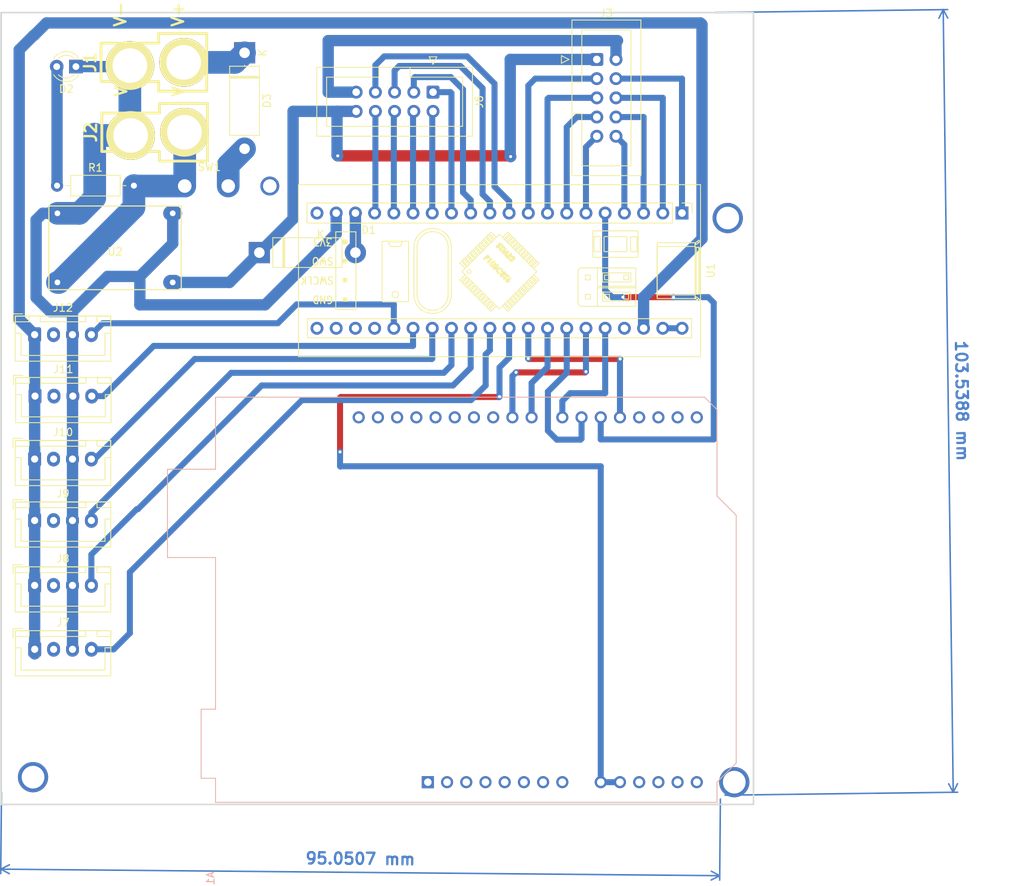
<source format=kicad_pcb>
(kicad_pcb (version 20211014) (generator pcbnew)
  (layers (0 "F.Cu" signal) (31 "B.Cu" signal) (34 "B.Paste" user) (35 "F.Paste" user) (36 "B.SilkS" user "B.Silkscreen") (37 "F.SilkS" user "F.Silkscreen") (38 "B.Mask" user) (39 "F.Mask" user) (44 "Edge.Cuts" user))
  (net 0 "")
  (net 9 "/EN1")
  (net 10 "/C1")
  (net 11 "/C2")
  (net 18 "/INB1")
  (net 19 "/PWM1")
  (net 20 "/PWM2")
  (net 21 "/INA1")
  (net 22 "/INA2")
  (net 23 "/INB2")
  (net 32 "/5v")
  (net 33 "GND")
  (net 34 "Net-(D2-Pad2)")
  (net 35 "/VCC")
  (net 36 "Net-(D3-Pad2)")
  (net 37 "/VIN")
  (net 38 "/S2")
  (net 39 "/S3")
  (net 40 "/S1")
  (net 41 "/S4")
  (net 42 "/S5")
  (net 43 "/S8")
  (net 44 "/S6")
  (net 45 "/S7")
  (net 46 "/B1")
  (net 47 "/L1")
  (net 48 "/B2")
  (net 49 "/L2")
  (net 50 "/B3")
  (net 51 "/L3")
  (net 52 "/B4")
  (net 53 "/L4")
  (net 54 "/3,3v")
  (net 56 "/P1")
  (net 58 "/P2")
  (net 60 "/P3")
  (net 62 "/P4")
  (net 64 "/P5")
  (net 66 "/P6")
  (net 73 "Net-(D1-Pad2)")
  (footprint "Connector_IDC:IDC-Header_2x05_P2.54mm_Vertical" (layer "F.Cu") (at 129.9051 15.9512)
    (fp_text reference "J3" (at 1.27 -6.1) (layer "F.SilkS"))
    (fp_text value "Control Sensores")
    (pad "1" thru_hole roundrect (at 0 0) (size 1.7 1.7) (drill 1) (layers *.Cu *.Mask) (roundrect_rratio 0.147059) (net 32 "/5v"))
    (pad "2" thru_hole circle (at 2.54 0) (size 1.7 1.7) (drill 1) (layers *.Cu *.Mask) (net 33 "GND"))
    (pad "3" thru_hole circle (at 0 2.54) (size 1.7 1.7) (drill 1) (layers *.Cu *.Mask) (net 41 "/S4"))
    (pad "4" thru_hole circle (at 2.54 2.54) (size 1.7 1.7) (drill 1) (layers *.Cu *.Mask) (net 43 "/S8"))
    (pad "5" thru_hole circle (at 0 5.08) (size 1.7 1.7) (drill 1) (layers *.Cu *.Mask) (net 39 "/S3"))
    (pad "6" thru_hole circle (at 2.54 5.08) (size 1.7 1.7) (drill 1) (layers *.Cu *.Mask) (net 45 "/S7"))
    (pad "7" thru_hole circle (at 0 7.62) (size 1.7 1.7) (drill 1) (layers *.Cu *.Mask) (net 38 "/S2"))
    (pad "8" thru_hole circle (at 2.54 7.62) (size 1.7 1.7) (drill 1) (layers *.Cu *.Mask) (net 44 "/S6"))
    (pad "9" thru_hole circle (at 0 10.16) (size 1.7 1.7) (drill 1) (layers *.Cu *.Mask) (net 40 "/S1"))
    (pad "10" thru_hole circle (at 2.54 10.16) (size 1.7 1.7) (drill 1) (layers *.Cu *.Mask) (net 42 "/S5"))
  )
  (footprint "Connector:Banana_Jack_3Pin" (layer "F.Cu") (at 75.4264 32.69742)
    (fp_text reference "SW1" (at 3.25 -2.5) (layer "F.SilkS"))
    (fp_text value "SW_DPDT_x2")
    (pad "1" thru_hole circle (at 0 0) (size 2.5 2.5) (drill 1.8) (layers *.Cu *.Mask) (net 37 "/VIN"))
    (pad "2" thru_hole circle (at 5.75 0) (size 2.5 2.5) (drill 1.8) (layers *.Cu *.Mask) (net 36 "Net-(D3-Pad2)"))
    (pad "3" thru_hole circle (at 11.25 0) (size 2.5 2.5) (drill 1.8) (layers *.Cu *.Mask))
  )
  (footprint "Connector_JST:JST_XH_B4B-XH-A_1x04_P2.50mm_Vertical" (layer "F.Cu") (at 55.5844 52.3578)
    (fp_text reference "J12" (at 3.75 -3.55) (layer "F.SilkS"))
    (fp_text value "Conn_01x04_Male")
    (pad "1" thru_hole roundrect (at 0 0) (size 1.7 1.95) (drill 0.95) (layers *.Cu *.Mask) (roundrect_rratio 0.147059) (net 54 "/3,3v"))
    (pad "2" thru_hole oval (at 2.5 0) (size 1.7 1.95) (drill 0.95) (layers *.Cu *.Mask))
    (pad "3" thru_hole oval (at 5 0) (size 1.7 1.95) (drill 0.95) (layers *.Cu *.Mask) (net 33 "GND"))
    (pad "4" thru_hole oval (at 7.5 0) (size 1.7 1.95) (drill 0.95) (layers *.Cu *.Mask) (net 66 "/P6"))
  )
  (footprint "Diode_THT:D_5W_P12.70mm_Horizontal" (layer "F.Cu") (at 83.3374 15.06982 -90)
    (fp_text reference "D3" (at 6.35 -2.97 90) (layer "F.SilkS"))
    (fp_text value "DIODE")
    (fp_text user "K" (at 0 -2.4 90) (layer "F.SilkS"))
    (pad "1" thru_hole rect (at 0 0 270) (size 2.8 2.8) (drill 1.4) (layers *.Cu *.Mask) (net 35 "/VCC"))
    (pad "2" thru_hole oval (at 12.7 0 270) (size 2.8 2.8) (drill 1.4) (layers *.Cu *.Mask) (net 36 "Net-(D3-Pad2)"))
  )
  (footprint "" (layer "F.Cu") (at 147.2184 36.9316)
    (fp_text reference "" (at 0 0) (layer "F.SilkS") (effects (font (size 1.27 1.27))))
    (fp_text value "" (at 0 0) (layer "F.SilkS") (effects (font (size 1.27 1.27))))
    (pad "1" thru_hole circle (at 0 0) (size 4 4) (drill 3) (layers *.Cu *.Mask))
  )
  (footprint "Connector_IDC:IDC-Header_2x05_P2.54mm_Vertical" (layer "F.Cu") (at 108.2548 20.2787 -90)
    (fp_text reference "J6" (at 1.27 -6.1 -270) (layer "F.SilkS"))
    (fp_text value "Control Botones")
    (pad "1" thru_hole roundrect (at 0 0 270) (size 1.7 1.7) (drill 1) (layers *.Cu *.Mask) (roundrect_rratio 0.147059) (net 46 "/B1"))
    (pad "2" thru_hole circle (at 2.54 0 270) (size 1.7 1.7) (drill 1) (layers *.Cu *.Mask) (net 47 "/L1"))
    (pad "3" thru_hole circle (at 0 2.54 270) (size 1.7 1.7) (drill 1) (layers *.Cu *.Mask) (net 48 "/B2"))
    (pad "4" thru_hole circle (at 2.54 2.54 270) (size 1.7 1.7) (drill 1) (layers *.Cu *.Mask) (net 49 "/L2"))
    (pad "5" thru_hole circle (at 0 5.08 270) (size 1.7 1.7) (drill 1) (layers *.Cu *.Mask) (net 50 "/B3"))
    (pad "6" thru_hole circle (at 2.54 5.08 270) (size 1.7 1.7) (drill 1) (layers *.Cu *.Mask) (net 51 "/L3"))
    (pad "7" thru_hole circle (at 0 7.62 270) (size 1.7 1.7) (drill 1) (layers *.Cu *.Mask) (net 52 "/B4"))
    (pad "8" thru_hole circle (at 2.54 7.62 270) (size 1.7 1.7) (drill 1) (layers *.Cu *.Mask) (net 53 "/L4"))
    (pad "9" thru_hole circle (at 0 10.16 270) (size 1.7 1.7) (drill 1) (layers *.Cu *.Mask) (net 33 "GND"))
    (pad "10" thru_hole circle (at 2.54 10.16 270) (size 1.7 1.7) (drill 1) (layers *.Cu *.Mask) (net 32 "/5v"))
  )
  (footprint "Diode_THT:D_5W_P12.70mm_Horizontal" (layer "F.Cu") (at 85.2932 41.5036)
    (fp_text reference "D1" (at 14.4526 -2.98778) (layer "F.SilkS"))
    (fp_text value "DIODE")
    (fp_text user "K" (at 8.1026 -2.41778) (layer "F.SilkS"))
    (pad "1" thru_hole rect (at 0 0) (size 2.8 2.8) (drill 1.4) (layers *.Cu *.Mask) (net 32 "/5v"))
    (pad "2" thru_hole oval (at 12.7 0) (size 2.8 2.8) (drill 1.4) (layers *.Cu *.Mask) (net 73 "Net-(D1-Pad2)"))
  )
  (footprint "Connector_JST:JST_XH_B4B-XH-A_1x04_P2.50mm_Vertical" (layer "F.Cu") (at 55.5936 93.98)
    (fp_text reference "J7" (at 3.75 -3.55) (layer "F.SilkS"))
    (fp_text value "Conn_01x04_Male")
    (pad "1" thru_hole roundrect (at 0 0) (size 1.7 1.95) (drill 0.95) (layers *.Cu *.Mask) (roundrect_rratio 0.147059) (net 54 "/3,3v"))
    (pad "2" thru_hole oval (at 2.5 0) (size 1.7 1.95) (drill 0.95) (layers *.Cu *.Mask))
    (pad "3" thru_hole oval (at 5 0) (size 1.7 1.95) (drill 0.95) (layers *.Cu *.Mask) (net 33 "GND"))
    (pad "4" thru_hole oval (at 7.5 0) (size 1.7 1.95) (drill 0.95) (layers *.Cu *.Mask) (net 56 "/P1"))
  )
  (footprint "Footprints:YAAJ_BluePill_1" (layer "F.Cu") (at 141.1732 36.2712 -90)
    (fp_text reference "U1" (at 7.62 -3.81 90) (layer "F.SilkS"))
    (fp_text value "YAAJ_BluePill_Part_Like_SWD_Breakout" hide)
    (fp_text user "GND" (at 11.43 47.498 -180 unlocked) (layer "F.SilkS") (effects (font (size 1 0.9))))
    (fp_text user "SWO" (at 6.35 47.498 -180 unlocked) (layer "F.SilkS") (effects (font (size 1 0.9))))
    (fp_text user "3V3" (at 3.81 47.498 -180 unlocked) (layer "F.SilkS") (effects (font (size 1 0.9))))
    (fp_text user "SWCLK" (at 8.89 48.26 -180 unlocked) (layer "F.SilkS") (effects (font (size 1 0.9))))
    (pad "1" thru_hole rect locked (at 0 0 270) (size 1.7 1.7) (drill 1) (layers *.Cu *.Mask) (net 43 "/S8"))
    (pad "2" thru_hole circle locked (at 0 2.54 270) (size 1.7 1.7) (drill 1) (layers *.Cu *.Mask) (net 45 "/S7"))
    (pad "3" thru_hole circle locked (at 0 5.08 270) (size 1.7 1.7) (drill 1) (layers *.Cu *.Mask) (net 44 "/S6"))
    (pad "4" thru_hole circle locked (at 0 7.62 270) (size 1.7 1.7) (drill 1) (layers *.Cu *.Mask) (net 42 "/S5"))
    (pad "5" thru_hole circle locked (at 0 10.16 270) (size 1.7 1.7) (drill 1) (layers *.Cu *.Mask) (net 19 "/PWM1"))
    (pad "6" thru_hole circle locked (at 0 12.7 270) (size 1.7 1.7) (drill 1) (layers *.Cu *.Mask) (net 40 "/S1"))
    (pad "7" thru_hole circle locked (at 0 15.24 270) (size 1.7 1.7) (drill 1) (layers *.Cu *.Mask) (net 38 "/S2"))
    (pad "8" thru_hole circle locked (at 0 17.78 270) (size 1.7 1.7) (drill 1) (layers *.Cu *.Mask) (net 39 "/S3"))
    (pad "9" thru_hole circle locked (at 0 20.32 270) (size 1.7 1.7) (drill 1) (layers *.Cu *.Mask) (net 41 "/S4"))
    (pad "10" thru_hole circle locked (at 0 22.86 270) (size 1.7 1.7) (drill 1) (layers *.Cu *.Mask) (net 52 "/B4"))
    (pad "11" thru_hole circle locked (at 0 25.4 270) (size 1.7 1.7) (drill 1) (layers *.Cu *.Mask) (net 50 "/B3"))
    (pad "12" thru_hole circle locked (at 0 27.94 270) (size 1.7 1.7) (drill 1) (layers *.Cu *.Mask) (net 48 "/B2"))
    (pad "13" thru_hole circle locked (at 0 30.48 270) (size 1.7 1.7) (drill 1) (layers *.Cu *.Mask) (net 46 "/B1"))
    (pad "14" thru_hole circle locked (at 0 33.02 270) (size 1.7 1.7) (drill 1) (layers *.Cu *.Mask) (net 47 "/L1"))
    (pad "15" thru_hole circle locked (at 0 35.56 270) (size 1.7 1.7) (drill 1) (layers *.Cu *.Mask) (net 49 "/L2"))
    (pad "16" thru_hole circle locked (at 0 38.1 270) (size 1.7 1.7) (drill 1) (layers *.Cu *.Mask) (net 51 "/L3"))
    (pad "17" thru_hole circle locked (at 0 40.64 270) (size 1.7 1.7) (drill 1) (layers *.Cu *.Mask) (net 53 "/L4"))
    (pad "18" thru_hole circle locked (at 0 43.18 270) (size 1.7 1.7) (drill 1) (layers *.Cu *.Mask) (net 73 "Net-(D1-Pad2)"))
    (pad "19" thru_hole circle locked (at 0 45.72 270) (size 1.7 1.7) (drill 1) (layers *.Cu *.Mask) (net 33 "GND"))
    (pad "20" thru_hole circle locked (at 0 48.26 270) (size 1.7 1.7) (drill 1) (layers *.Cu *.Mask) (net 54 "/3,3v"))
    (pad "21" thru_hole circle locked (at 15.24 48.26 270) (size 1.7 1.7) (drill 1) (layers *.Cu *.Mask))
    (pad "22" thru_hole circle locked (at 15.24 45.72 270) (size 1.7 1.7) (drill 1) (layers *.Cu *.Mask))
    (pad "23" thru_hole circle locked (at 15.24 43.18 270) (size 1.7 1.7) (drill 1) (layers *.Cu *.Mask))
    (pad "24" thru_hole circle locked (at 15.24 40.64 270) (size 1.7 1.7) (drill 1) (layers *.Cu *.Mask))
    (pad "25" thru_hole circle locked (at 15.24 38.1 270) (size 1.7 1.7) (drill 1) (layers *.Cu *.Mask) (net 66 "/P6"))
    (pad "26" thru_hole circle locked (at 15.24 35.56 270) (size 1.7 1.7) (drill 1) (layers *.Cu *.Mask) (net 64 "/P5"))
    (pad "27" thru_hole circle locked (at 15.24 33.02 270) (size 1.7 1.7) (drill 1) (layers *.Cu *.Mask) (net 62 "/P4"))
    (pad "28" thru_hole circle locked (at 15.24 30.48 270) (size 1.7 1.7) (drill 1) (layers *.Cu *.Mask) (net 60 "/P3"))
    (pad "29" thru_hole circle locked (at 15.24 27.94 270) (size 1.7 1.7) (drill 1) (layers *.Cu *.Mask) (net 58 "/P2"))
    (pad "30" thru_hole circle locked (at 15.24 25.4 270) (size 1.7 1.7) (drill 1) (layers *.Cu *.Mask) (net 56 "/P1"))
    (pad "31" thru_hole circle locked (at 15.24 22.86 270) (size 1.7 1.7) (drill 1) (layers *.Cu *.Mask) (net 9 "/EN1"))
    (pad "32" thru_hole circle locked (at 15.24 20.32 270) (size 1.7 1.7) (drill 1) (layers *.Cu *.Mask) (net 18 "/INB1"))
    (pad "33" thru_hole circle locked (at 15.24 17.78 270) (size 1.7 1.7) (drill 1) (layers *.Cu *.Mask) (net 22 "/INA2"))
    (pad "34" thru_hole circle locked (at 15.24 15.24 270) (size 1.7 1.7) (drill 1) (layers *.Cu *.Mask) (net 20 "/PWM2"))
    (pad "35" thru_hole circle locked (at 15.24 12.7 270) (size 1.7 1.7) (drill 1) (layers *.Cu *.Mask) (net 23 "/INB2"))
    (pad "36" thru_hole circle locked (at 15.24 10.16 270) (size 1.7 1.7) (drill 1) (layers *.Cu *.Mask) (net 21 "/INA1"))
    (pad "37" thru_hole circle locked (at 15.24 7.62 270) (size 1.7 1.7) (drill 1) (layers *.Cu *.Mask))
    (pad "38" thru_hole circle locked (at 15.24 5.08 270) (size 1.7 1.7) (drill 1) (layers *.Cu *.Mask) (net 54 "/3,3v"))
    (pad "39" thru_hole circle locked (at 15.24 2.54 270) (size 1.7 1.7) (drill 1) (layers *.Cu *.Mask) (net 33 "GND"))
    (pad "40" thru_hole circle locked (at 15.24 0 270) (size 1.7 1.7) (drill 1) (layers *.Cu *.Mask) (net 33 "GND"))
  )
  (footprint "Connector_JST:JST_XH_B4B-XH-A_1x04_P2.50mm_Vertical" (layer "F.Cu") (at 55.5844 85.5302)
    (fp_text reference "J8" (at 3.75 -3.55) (layer "F.SilkS"))
    (fp_text value "Conn_01x04_Male")
    (pad "1" thru_hole roundrect (at 0 0) (size 1.7 1.95) (drill 0.95) (layers *.Cu *.Mask) (roundrect_rratio 0.147059) (net 54 "/3,3v"))
    (pad "2" thru_hole oval (at 2.5 0) (size 1.7 1.95) (drill 0.95) (layers *.Cu *.Mask))
    (pad "3" thru_hole oval (at 5 0) (size 1.7 1.95) (drill 0.95) (layers *.Cu *.Mask) (net 33 "GND"))
    (pad "4" thru_hole oval (at 7.5 0) (size 1.7 1.95) (drill 0.95) (layers *.Cu *.Mask) (net 58 "/P2"))
  )
  (footprint "Connector_JST:JST_XH_B4B-XH-A_1x04_P2.50mm_Vertical" (layer "F.Cu") (at 55.5844 76.945)
    (fp_text reference "J9" (at 3.75 -3.55) (layer "F.SilkS"))
    (fp_text value "Conn_01x04_Male")
    (pad "1" thru_hole roundrect (at 0 0) (size 1.7 1.95) (drill 0.95) (layers *.Cu *.Mask) (roundrect_rratio 0.147059) (net 54 "/3,3v"))
    (pad "2" thru_hole oval (at 2.5 0) (size 1.7 1.95) (drill 0.95) (layers *.Cu *.Mask))
    (pad "3" thru_hole oval (at 5 0) (size 1.7 1.95) (drill 0.95) (layers *.Cu *.Mask) (net 33 "GND"))
    (pad "4" thru_hole oval (at 7.5 0) (size 1.7 1.95) (drill 0.95) (layers *.Cu *.Mask) (net 60 "/P3"))
  )
  (footprint "Connectors:DEANS" (layer "F.Cu") (at 70.8152 25.58542 -90)
    (fp_text reference "J2" (at 0 7.8 90) (layer "F.SilkS") (effects (font (size 1.524 1.524) (thickness 0.3048))))
    (fp_text value "MOTORES" hide)
    (fp_text user "V+" (at -6.35 -3.81 90) (layer "F.SilkS") (effects (font (size 1.524 1.524) (thickness 0.3048))))
    (fp_text user "V-" (at -6.35 3.81 90) (layer "F.SilkS") (effects (font (size 1.524 1.524) (thickness 0.3048))))
    (pad "1" thru_hole circle locked (at 0 -4.572 270) (size 6.4516 6.4516) (drill 4.572) (layers *.Cu *.Mask "F.SilkS") (net 37 "/VIN"))
    (pad "2" thru_hole circle locked (at 0.42418 2.54 270) (size 6.4516 6.4516) (drill 4.572) (layers *.Cu *.Mask "F.SilkS") (net 33 "GND"))
  )
  (footprint "" (layer "F.Cu") (at 55.372 110.8964)
    (fp_text reference "" (at 0 0) (layer "F.SilkS") (effects (font (size 1.27 1.27))))
    (fp_text value "" (at 0 0) (layer "F.SilkS") (effects (font (size 1.27 1.27))))
    (pad "1" thru_hole circle (at 0 0) (size 4 4) (drill 3) (layers *.Cu *.Mask))
  )
  (footprint "Mini360_step-down:Mini360_step-down" (layer "F.Cu") (at 66.2178 40.87622)
    (fp_text reference "U2" (at 0 0.5) (layer "F.SilkS"))
    (fp_text value "Mini360")
    (pad "1" thru_hole oval locked (at -7.62 -4.57) (size 2.5 2) (drill 0.762) (layers *.Cu *.Mask) (net 33 "GND"))
    (pad "2" thru_hole oval locked (at -7.62 4.57) (size 2.5 2) (drill 0.762) (layers *.Cu *.Mask) (net 37 "/VIN"))
    (pad "3" thru_hole oval locked (at 7.62 -4.57) (size 2.5 2) (drill 0.762) (layers *.Cu *.Mask) (net 33 "GND"))
    (pad "4" thru_hole oval locked (at 7.62 4.57) (size 2.5 2) (drill 0.762) (layers *.Cu *.Mask) (net 32 "/5v"))
  )
  (footprint "Resistor_THT:R_Axial_DIN0207_L6.3mm_D2.5mm_P10.16mm_Horizontal" (layer "F.Cu") (at 58.547 32.64662)
    (fp_text reference "R1" (at 5.08 -2.37) (layer "F.SilkS"))
    (fp_text value "R")
    (pad "1" thru_hole circle (at 0 0) (size 1.6 1.6) (drill 0.8) (layers *.Cu *.Mask) (net 34 "Net-(D2-Pad2)"))
    (pad "2" thru_hole oval (at 10.16 0) (size 1.6 1.6) (drill 0.8) (layers *.Cu *.Mask) (net 37 "/VIN"))
  )
  (footprint "Connector_JST:JST_XH_B4B-XH-A_1x04_P2.50mm_Vertical" (layer "F.Cu") (at 55.6352 60.4858)
    (fp_text reference "J11" (at 3.75 -3.55) (layer "F.SilkS"))
    (fp_text value "Conn_01x04_Male")
    (pad "1" thru_hole roundrect (at 0 0) (size 1.7 1.95) (drill 0.95) (layers *.Cu *.Mask) (roundrect_rratio 0.147059) (net 54 "/3,3v"))
    (pad "2" thru_hole oval (at 2.5 0) (size 1.7 1.95) (drill 0.95) (layers *.Cu *.Mask))
    (pad "3" thru_hole oval (at 5 0) (size 1.7 1.95) (drill 0.95) (layers *.Cu *.Mask) (net 33 "GND"))
    (pad "4" thru_hole oval (at 7.5 0) (size 1.7 1.95) (drill 0.95) (layers *.Cu *.Mask) (net 64 "/P5"))
  )
  (footprint "" (layer "F.Cu") (at 148.082 111.5568)
    (fp_text reference "" (at 0 0) (layer "F.SilkS") (effects (font (size 1.27 1.27))))
    (fp_text value "" (at 0 0) (layer "F.SilkS") (effects (font (size 1.27 1.27))))
    (pad "1" thru_hole circle (at 0 0) (size 4 4) (drill 3) (layers *.Cu *.Mask))
  )
  (footprint "Connector_JST:JST_XH_B4B-XH-A_1x04_P2.50mm_Vertical" (layer "F.Cu") (at 55.5844 68.817)
    (fp_text reference "J10" (at 3.75 -3.55) (layer "F.SilkS"))
    (fp_text value "Conn_01x04_Male")
    (pad "1" thru_hole roundrect (at 0 0) (size 1.7 1.95) (drill 0.95) (layers *.Cu *.Mask) (roundrect_rratio 0.147059) (net 54 "/3,3v"))
    (pad "2" thru_hole oval (at 2.5 0) (size 1.7 1.95) (drill 0.95) (layers *.Cu *.Mask))
    (pad "3" thru_hole oval (at 5 0) (size 1.7 1.95) (drill 0.95) (layers *.Cu *.Mask) (net 33 "GND"))
    (pad "4" thru_hole oval (at 7.5 0) (size 1.7 1.95) (drill 0.95) (layers *.Cu *.Mask) (net 62 "/P4"))
  )
  (footprint "Connectors:DEANS" (layer "F.Cu") (at 70.7136 16.33982 -90)
    (fp_text reference "J1" (at 0 7.8 90) (layer "F.SilkS") (effects (font (size 1.524 1.524) (thickness 0.3048))))
    (fp_text value "BATERIA1" hide)
    (fp_text user "V-" (at -6.35 3.81 90) (layer "F.SilkS") (effects (font (size 1.524 1.524) (thickness 0.3048))))
    (fp_text user "V+" (at -6.35 -3.81 90) (layer "F.SilkS") (effects (font (size 1.524 1.524) (thickness 0.3048))))
    (pad "1" thru_hole circle locked (at 0 -4.572 270) (size 6.4516 6.4516) (drill 4.572) (layers *.Cu *.Mask "F.SilkS") (net 35 "/VCC"))
    (pad "2" thru_hole circle locked (at 0.42418 2.54 270) (size 6.4516 6.4516) (drill 4.572) (layers *.Cu *.Mask "F.SilkS") (net 33 "GND"))
  )
  (footprint "LED_THT:LED_D3.0mm" (layer "F.Cu") (at 61.0412 16.89862 180)
    (fp_text reference "D2" (at 1.27 -2.96) (layer "F.SilkS"))
    (fp_text value "LED")
    (pad "1" thru_hole rect (at 0 0 180) (size 1.8 1.8) (drill 0.9) (layers *.Cu *.Mask) (net 33 "GND"))
    (pad "2" thru_hole circle (at 2.54 0 180) (size 1.8 1.8) (drill 0.9) (layers *.Cu *.Mask) (net 34 "Net-(D2-Pad2)"))
  )
  (footprint "Module:Arduino_UNO_R3" (layer "B.Cu") (at 107.569 111.5568)
    (fp_text reference "A1" (at -28.7274 12.7254 90) (layer "B.SilkS") (effects (justify mirror)))
    (fp_text value "Arduino_UNO_R3")
    (pad "1" thru_hole rect (at 0 0 270) (size 1.6 1.6) (drill 1) (layers *.Cu *.Mask))
    (pad "2" thru_hole oval (at 2.54 0 270) (size 1.6 1.6) (drill 1) (layers *.Cu *.Mask))
    (pad "3" thru_hole oval (at 5.08 0 270) (size 1.6 1.6) (drill 1) (layers *.Cu *.Mask))
    (pad "4" thru_hole oval (at 7.62 0 270) (size 1.6 1.6) (drill 1) (layers *.Cu *.Mask))
    (pad "5" thru_hole oval (at 10.16 0 270) (size 1.6 1.6) (drill 1) (layers *.Cu *.Mask))
    (pad "6" thru_hole oval (at 12.7 0 270) (size 1.6 1.6) (drill 1) (layers *.Cu *.Mask))
    (pad "7" thru_hole oval (at 15.24 0 270) (size 1.6 1.6) (drill 1) (layers *.Cu *.Mask))
    (pad "8" thru_hole oval (at 17.78 0 270) (size 1.6 1.6) (drill 1) (layers *.Cu *.Mask))
    (pad "9" thru_hole oval (at 22.86 0 270) (size 1.6 1.6) (drill 1) (layers *.Cu *.Mask) (net 9 "/EN1"))
    (pad "10" thru_hole oval (at 25.4 0 270) (size 1.6 1.6) (drill 1) (layers *.Cu *.Mask) (net 9 "/EN1"))
    (pad "11" thru_hole oval (at 27.94 0 270) (size 1.6 1.6) (drill 1) (layers *.Cu *.Mask) (net 10 "/C1"))
    (pad "12" thru_hole oval (at 30.48 0 270) (size 1.6 1.6) (drill 1) (layers *.Cu *.Mask) (net 11 "/C2"))
    (pad "13" thru_hole oval (at 33.02 0 270) (size 1.6 1.6) (drill 1) (layers *.Cu *.Mask))
    (pad "14" thru_hole oval (at 35.56 0 270) (size 1.6 1.6) (drill 1) (layers *.Cu *.Mask))
    (pad "15" thru_hole oval (at 35.56 -48.26 270) (size 1.6 1.6) (drill 1) (layers *.Cu *.Mask))
    (pad "16" thru_hole oval (at 33.02 -48.26 270) (size 1.6 1.6) (drill 1) (layers *.Cu *.Mask))
    (pad "17" thru_hole oval (at 30.48 -48.26 270) (size 1.6 1.6) (drill 1) (layers *.Cu *.Mask))
    (pad "18" thru_hole oval (at 27.94 -48.26 270) (size 1.6 1.6) (drill 1) (layers *.Cu *.Mask))
    (pad "19" thru_hole oval (at 25.4 -48.26 270) (size 1.6 1.6) (drill 1) (layers *.Cu *.Mask) (net 18 "/INB1"))
    (pad "20" thru_hole oval (at 22.86 -48.26 270) (size 1.6 1.6) (drill 1) (layers *.Cu *.Mask) (net 19 "/PWM1"))
    (pad "21" thru_hole oval (at 20.32 -48.26 270) (size 1.6 1.6) (drill 1) (layers *.Cu *.Mask) (net 20 "/PWM2"))
    (pad "22" thru_hole oval (at 17.78 -48.26 270) (size 1.6 1.6) (drill 1) (layers *.Cu *.Mask) (net 21 "/INA1"))
    (pad "23" thru_hole oval (at 13.72 -48.26 270) (size 1.6 1.6) (drill 1) (layers *.Cu *.Mask) (net 22 "/INA2"))
    (pad "24" thru_hole oval (at 11.18 -48.26 270) (size 1.6 1.6) (drill 1) (layers *.Cu *.Mask) (net 23 "/INB2"))
    (pad "25" thru_hole oval (at 8.64 -48.26 270) (size 1.6 1.6) (drill 1) (layers *.Cu *.Mask))
    (pad "26" thru_hole oval (at 6.1 -48.26 270) (size 1.6 1.6) (drill 1) (layers *.Cu *.Mask))
    (pad "27" thru_hole oval (at 3.56 -48.26 270) (size 1.6 1.6) (drill 1) (layers *.Cu *.Mask))
    (pad "28" thru_hole oval (at 1.02 -48.26 270) (size 1.6 1.6) (drill 1) (layers *.Cu *.Mask))
    (pad "29" thru_hole oval (at -1.52 -48.26 270) (size 1.6 1.6) (drill 1) (layers *.Cu *.Mask))
    (pad "30" thru_hole oval (at -4.06 -48.26 270) (size 1.6 1.6) (drill 1) (layers *.Cu *.Mask))
    (pad "31" thru_hole oval (at -6.6 -48.26 270) (size 1.6 1.6) (drill 1) (layers *.Cu *.Mask))
    (pad "32" thru_hole oval (at -9.14 -48.26 270) (size 1.6 1.6) (drill 1) (layers *.Cu *.Mask))
  )
  (gr_rect (start 51.1556 9.7536) (end 150.622 114.5032) (layer "Edge.Cuts") (width 0.2) (fill none))
  (dimension (type aligned) (layer "B.Cu") (pts (xy 51.2064 112.4204) (xy 146.2532 113.284)) (height 10.643879) (gr_text "95.0507 mm" (at 98.649447 121.695714 359.479422) (layer "B.Cu") (effects (font (size 1.5 1.5) (thickness 0.3)))) (format (units 3) (units_format 1) (precision 4)) (style (thickness 0.2) (arrow_length 1.27) (text_position_mode 0) (extension_height 0.58642) (extension_offset 0.5) keep_text_aligned))
  (dimension (type aligned) (layer "B.Cu") (pts (xy 146.3548 113.284) (xy 145.034 9.7536)) (height 30.674808) (gr_text "103.5388 mm" (at 178.166566 61.104533 -89.2690827) (layer "B.Cu") (effects (font (size 1.5 1.5) (thickness 0.3)))) (format (units 3) (units_format 1) (precision 4)) (style (thickness 0.2) (arrow_length 1.27) (text_position_mode 0) (extension_height 0.58642) (extension_offset 0.5) keep_text_aligned))
  (segment (start 95.9612 60.706) (end 95.9612 67.8688) (width 0.8) (layer "F.Cu") (net 9))
  (segment (start 96.0628 60.6044) (end 95.9612 60.706) (width 0.8) (layer "F.Cu") (net 9))
  (segment (start 116.9924 60.6044) (end 96.0628 60.6044) (width 0.8) (layer "F.Cu") (net 9))
  (segment (start 117.0432 60.5536) (end 116.9924 60.6044) (width 0.8) (layer "F.Cu") (net 9))
  (via (at 117.0432 60.5536) (size 0.8) (drill 0.4) (layers "F.Cu" "B.Cu") (net 9))
  (via (at 95.9612 67.8688) (size 0.8) (drill 0.4) (layers "F.Cu" "B.Cu") (net 9))
  (segment (start 132.969 111.5568) (end 130.429 111.5568) (width 0.8) (layer "B.Cu") (net 9))
  (segment (start 117.0432 60.5536) (end 117.0432 56.6928) (width 0.8) (layer "B.Cu") (net 9))
  (segment (start 130.429 69.7738) (end 96.0374 69.7738) (width 0.8) (layer "B.Cu") (net 9))
  (segment (start 96.0374 69.7738) (end 96.012 69.7992) (width 0.8) (layer "B.Cu") (net 9))
  (segment (start 95.9612 69.7484) (end 95.9612 67.8688) (width 0.8) (layer "B.Cu") (net 9))
  (segment (start 118.3132 51.5112) (end 118.3132 55.4228) (width 0.8) (layer "B.Cu") (net 9))
  (segment (start 96.012 69.7992) (end 95.9612 69.7484) (width 0.8) (layer "B.Cu") (net 9))
  (segment (start 117.0432 56.6928) (end 118.3132 55.4228) (width 0.8) (layer "B.Cu") (net 9))
  (segment (start 116.9924 60.6044) (end 117.0432 60.5536) (width 0.8) (layer "B.Cu") (net 9))
  (segment (start 130.429 111.5568) (end 130.429 69.7738) (width 0.8) (layer "B.Cu") (net 9))
  (segment (start 120.904 55.5752) (end 120.8532 55.5244) (width 0.8) (layer "F.Cu") (net 18))
  (segment (start 132.9944 55.5752) (end 120.904 55.5752) (width 0.8) (layer "F.Cu") (net 18))
  (via (at 132.9944 55.5752) (size 0.8) (drill 0.4) (layers "F.Cu" "B.Cu") (net 18))
  (via (at 120.8532 55.5244) (size 0.8) (drill 0.4) (layers "F.Cu" "B.Cu") (net 18))
  (segment (start 120.8532 55.5244) (end 120.8532 51.5112) (width 0.8) (layer "B.Cu") (net 18))
  (segment (start 132.969 55.6006) (end 132.9944 55.5752) (width 0.8) (layer "B.Cu") (net 18))
  (segment (start 132.969 63.2968) (end 132.969 55.6006) (width 0.8) (layer "B.Cu") (net 18))
  (segment (start 133.35 47.3964) (end 140.0556 47.3964) (width 0.8) (layer "F.Cu") (net 19))
  (via (at 140.0556 47.3964) (size 0.8) (drill 0.4) (layers "F.Cu" "B.Cu") (net 19))
  (via (at 133.35 47.3964) (size 0.8) (drill 0.4) (layers "F.Cu" "B.Cu") (net 19))
  (segment (start 145.3642 48.133) (end 144.6276 47.3964) (width 0.8) (layer "B.Cu") (net 19))
  (segment (start 131.0132 36.2712) (end 131.0132 46.482) (width 0.8) (layer "B.Cu") (net 19))
  (segment (start 131.0132 46.482) (end 131.7752 47.244) (width 0.8) (layer "B.Cu") (net 19))
  (segment (start 145.3642 66.2178) (end 145.3642 48.133) (width 0.8) (layer "B.Cu") (net 19))
  (segment (start 140.0556 47.3964) (end 144.6276 47.3964) (width 0.8) (layer "B.Cu") (net 19))
  (segment (start 130.429 63.2968) (end 130.429 66.2178) (width 0.8) (layer "B.Cu") (net 19))
  (segment (start 131.9276 47.3964) (end 133.35 47.3964) (width 0.8) (layer "B.Cu") (net 19))
  (segment (start 131.7752 47.244) (end 131.9276 47.3964) (width 0.8) (layer "B.Cu") (net 19))
  (segment (start 130.429 66.2178) (end 145.3642 66.2178) (width 0.8) (layer "B.Cu") (net 19))
  (segment (start 127.889 66.1162) (end 127.762 66.2432) (width 0.8) (layer "B.Cu") (net 20))
  (segment (start 127.889 63.2968) (end 127.889 66.1162) (width 0.8) (layer "B.Cu") (net 20))
  (segment (start 123.444 65.0748) (end 123.444 59.8932) (width 0.8) (layer "B.Cu") (net 20))
  (segment (start 123.444 59.8932) (end 125.9332 57.404) (width 0.8) (layer "B.Cu") (net 20))
  (segment (start 127.762 66.2432) (end 124.6124 66.2432) (width 0.8) (layer "B.Cu") (net 20))
  (segment (start 125.9332 57.404) (end 125.9332 51.5112) (width 0.8) (layer "B.Cu") (net 20))
  (segment (start 124.6124 66.2432) (end 123.444 65.0748) (width 0.8) (layer "B.Cu") (net 20))
  (segment (start 125.349 63.2968) (end 125.349 61.1378) (width 0.8) (layer "B.Cu") (net 21))
  (segment (start 131.0132 60.0964) (end 131.0132 51.5112) (width 0.8) (layer "B.Cu") (net 21))
  (segment (start 126.3904 60.0964) (end 131.0132 60.0964) (width 0.8) (layer "B.Cu") (net 21))
  (segment (start 125.349 61.1378) (end 126.3904 60.0964) (width 0.8) (layer "B.Cu") (net 21))
  (segment (start 123.3932 56.642) (end 123.3932 51.5112) (width 0.8) (layer "B.Cu") (net 22))
  (segment (start 121.289 58.7462) (end 123.3932 56.642) (width 0.8) (layer "B.Cu") (net 22))
  (segment (start 121.289 63.2968) (end 121.289 58.7462) (width 0.8) (layer "B.Cu") (net 22))
  (segment (start 119.2276 57.3532) (end 128.3716 57.3532) (width 0.8) (layer "F.Cu") (net 23))
  (segment (start 128.3716 57.3532) (end 128.4732 57.2516) (width 0.8) (layer "F.Cu") (net 23))
  (via (at 128.4732 57.2516) (size 0.8) (drill 0.4) (layers "F.Cu" "B.Cu") (net 23))
  (via (at 119.2276 57.3532) (size 0.8) (drill 0.4) (layers "F.Cu" "B.Cu") (net 23))
  (segment (start 128.4732 57.2516) (end 128.4732 51.5112) (width 0.8) (layer "B.Cu") (net 23))
  (segment (start 118.749 63.2968) (end 118.749 57.8318) (width 0.8) (layer "B.Cu") (net 23))
  (segment (start 118.749 57.8318) (end 119.2276 57.3532) (width 0.8) (layer "B.Cu") (net 23))
  (segment (start 118.4148 28.702) (end 95.6564 28.702) (width 1.5) (layer "F.Cu") (net 32))
  (segment (start 118.5164 28.8036) (end 118.4148 28.702) (width 1.5) (layer "F.Cu") (net 32))
  (via (at 95.6564 28.702) (size 0.8) (drill 0.4) (layers "F.Cu" "B.Cu") (net 32))
  (via (at 118.5164 28.8036) (size 0.8) (drill 0.4) (layers "F.Cu" "B.Cu") (net 32))
  (segment (start 95.5643 28.6099) (end 95.6564 28.702) (width 1.5) (layer "B.Cu") (net 32))
  (segment (start 81.35058 45.44622) (end 85.2932 41.5036) (width 1.5) (layer "B.Cu") (net 32))
  (segment (start 73.8378 45.44622) (end 81.35058 45.44622) (width 1.5) (layer "B.Cu") (net 32))
  (segment (start 89.7541 37.0427) (end 89.7541 22.8187) (width 1.5) (layer "B.Cu") (net 32))
  (segment (start 118.4656 28.7528) (end 118.4656 15.9512) (width 1.5) (layer "B.Cu") (net 32))
  (segment (start 95.5643 22.8187) (end 95.5643 28.6099) (width 1.5) (layer "B.Cu") (net 32))
  (segment (start 118.5164 28.8036) (end 118.4656 28.7528) (width 1.5) (layer "B.Cu") (net 32))
  (segment (start 118.4656 15.9512) (end 129.9051 15.9512) (width 1.5) (layer "B.Cu") (net 32))
  (segment (start 95.5643 22.8187) (end 98.0948 22.8187) (width 1.5) (layer "B.Cu") (net 32))
  (segment (start 89.7541 22.8187) (end 95.5643 22.8187) (width 1.5) (layer "B.Cu") (net 32))
  (segment (start 85.2932 41.5036) (end 89.7541 37.0427) (width 1.5) (layer "B.Cu") (net 32))
  (segment (start 68.1736 25.908) (end 68.2752 26.0096) (width 3) (layer "B.Cu") (net 33))
  (segment (start 94.3959 20.2787) (end 94.3959 13.462) (width 1.5) (layer "B.Cu") (net 33))
  (segment (start 95.4532 36.2712) (end 95.4532 39.0144) (width 1.5) (layer "B.Cu") (net 33))
  (segment (start 68.1736 16.764) (end 68.1736 25.908) (width 3) (layer "B.Cu") (net 33))
  (segment (start 60.5844 52.2716) (end 60.5844 52.3578) (width 1.5) (layer "B.Cu") (net 33))
  (segment (start 86.0552 48.4124) (end 69.4944 48.4124) (width 1.5) (layer "B.Cu") (net 33))
  (segment (start 55.7784 47.4472) (end 55.7784 37.1856) (width 1.5) (layer "B.Cu") (net 33))
  (segment (start 132.4451 13.6557) (end 132.4451 15.9512) (width 1.5) (layer "B.Cu") (net 33))
  (segment (start 132.6388 13.462) (end 132.4451 13.6557) (width 1.5) (layer "B.Cu") (net 33))
  (segment (start 61.4914 36.30622) (end 63.5254 34.27222) (width 3) (layer "B.Cu") (net 33))
  (segment (start 60.5936 93.98) (end 60.5936 52.2624) (width 1.5) (layer "B.Cu") (net 33))
  (segment (start 58.5978 36.30622) (end 61.4914 36.30622) (width 3) (layer "B.Cu") (net 33))
  (segment (start 65.2272 44.6532) (end 69.4944 44.6532) (width 1.5) (layer "B.Cu") (net 33))
  (segment (start 63.5254 34.27222) (end 63.5254 25.83942) (width 3) (layer "B.Cu") (net 33))
  (segment (start 61.0412 16.89862) (end 68.03898 16.89862) (width 1.5) (layer "B.Cu") (net 33))
  (segment (start 60.5844 49.296) (end 57.6272 49.296) (width 1.5) (layer "B.Cu") (net 33))
  (segment (start 95.4532 39.0144) (end 86.0552 48.4124) (width 1.5) (layer "B.Cu") (net 33))
  (segment (start 56.65778 36.30622) (end 58.5978 36.30622) (width 1.5) (layer "B.Cu") (net 33))
  (segment (start 60.5844 49.296) (end 65.2272 44.6532) (width 1.5) (layer "B.Cu") (net 33))
  (segment (start 69.4944 44.6532) (end 73.8378 40.3098) (width 1.5) (layer "B.Cu") (net 33))
  (segment (start 60.5936 52.2624) (end 60.5844 52.2716) (width 1.5) (layer "B.Cu") (net 33))
  (segment (start 141.1732 51.5112) (end 138.6332 51.5112) (width 0.8) (layer "B.Cu") (net 33))
  (segment (start 63.5254 25.83942) (end 63.69558 26.0096) (width 3) (layer "B.Cu") (net 33))
  (segment (start 68.03898 16.89862) (end 68.1736 16.764) (width 1.5) (layer "B.Cu") (net 33))
  (segment (start 94.3959 13.462) (end 132.6388 13.462) (width 1.5) (layer "B.Cu") (net 33))
  (segment (start 69.4944 48.4124) (end 69.4944 44.6532) (width 1.5) (layer "B.Cu") (net 33))
  (segment (start 73.8378 40.3098) (end 73.8378 36.30622) (width 1.5) (layer "B.Cu") (net 33))
  (segment (start 60.5844 52.3578) (end 60.5844 49.296) (width 1.5) (layer "B.Cu") (net 33))
  (segment (start 55.7784 37.1856) (end 56.65778 36.30622) (width 1.5) (layer "B.Cu") (net 33))
  (segment (start 94.3959 20.2787) (end 98.0948 20.2787) (width 1.5) (layer "B.Cu") (net 33))
  (segment (start 57.6272 49.296) (end 55.7784 47.4472) (width 1.5) (layer "B.Cu") (net 33))
  (segment (start 63.69558 26.0096) (end 68.2752 26.0096) (width 3) (layer "B.Cu") (net 33))
  (segment (start 58.547 32.64662) (end 58.547 16.94442) (width 1.5) (layer "B.Cu") (net 34))
  (segment (start 58.547 16.94442) (end 58.5012 16.89862) (width 1.5) (layer "B.Cu") (net 34))
  (segment (start 82.0674 16.33982) (end 83.3374 15.06982) (width 3) (layer "B.Cu") (net 35))
  (segment (start 75.2856 16.33982) (end 82.0674 16.33982) (width 3) (layer "B.Cu") (net 35))
  (segment (start 81.1764 32.69742) (end 81.1764 29.93082) (width 3) (layer "B.Cu") (net 36))
  (segment (start 81.1764 29.93082) (end 83.3374 27.76982) (width 3) (layer "B.Cu") (net 36))
  (segment (start 75.4264 32.69742) (end 75.4264 25.62462) (width 3) (layer "B.Cu") (net 37))
  (segment (start 68.707 35.5346) (end 68.707 32.64662) (width 3) (layer "B.Cu") (net 37))
  (segment (start 68.7578 32.69742) (end 68.707 32.64662) (width 3) (layer "B.Cu") (net 37))
  (segment (start 58.79538 45.44622) (end 68.707 35.5346) (width 3) (layer "B.Cu") (net 37))
  (segment (start 75.4264 25.62462) (end 75.3872 25.58542) (width 3) (layer "B.Cu") (net 37))
  (segment (start 58.5978 45.44622) (end 58.79538 45.44622) (width 3) (layer "B.Cu") (net 37))
  (segment (start 75.4264 32.69742) (end 68.7578 32.69742) (width 3) (layer "B.Cu") (net 37))
  (segment (start 125.9332 24.892) (end 127.254 23.5712) (width 0.8) (layer "B.Cu") (net 38))
  (segment (start 125.9332 36.2712) (end 125.9332 24.892) (width 0.8) (layer "B.Cu") (net 38))
  (segment (start 127.254 23.5712) (end 129.9051 23.5712) (width 0.8) (layer "B.Cu") (net 38))
  (segment (start 123.3932 21.1836) (end 123.5456 21.0312) (width 0.8) (layer "B.Cu") (net 39))
  (segment (start 123.3932 36.2712) (end 123.3932 21.1836) (width 0.8) (layer "B.Cu") (net 39))
  (segment (start 123.5456 21.0312) (end 129.9051 21.0312) (width 0.8) (layer "B.Cu") (net 39))
  (segment (start 128.4732 27.5431) (end 129.9051 26.1112) (width 0.8) (layer "B.Cu") (net 40))
  (segment (start 128.4732 36.2712) (end 128.4732 27.5431) (width 0.8) (layer "B.Cu") (net 40))
  (segment (start 121.7676 18.4912) (end 120.8532 19.4056) (width 0.8) (layer "B.Cu") (net 41))
  (segment (start 120.8532 19.4056) (end 120.8532 36.2712) (width 0.8) (layer "B.Cu") (net 41))
  (segment (start 129.9051 18.4912) (end 121.7676 18.4912) (width 0.8) (layer "B.Cu") (net 41))
  (segment (start 133.5532 36.2712) (end 133.5532 27.2193) (width 0.8) (layer "B.Cu") (net 42))
  (segment (start 133.5532 27.2193) (end 132.4451 26.1112) (width 0.8) (layer "B.Cu") (net 42))
  (segment (start 141.1732 36.2712) (end 141.1732 18.4912) (width 0.8) (layer "B.Cu") (net 43))
  (segment (start 141.1732 18.4912) (end 132.4451 18.4912) (width 0.8) (layer "B.Cu") (net 43))
  (segment (start 136.0932 23.5712) (end 132.4451 23.5712) (width 0.8) (layer "B.Cu") (net 44))
  (segment (start 136.0932 36.2712) (end 136.0932 23.5712) (width 0.8) (layer "B.Cu") (net 44))
  (segment (start 138.6332 36.2712) (end 138.6332 21.0312) (width 0.8) (layer "B.Cu") (net 45))
  (segment (start 138.6332 21.0312) (end 132.4451 21.0312) (width 0.8) (layer "B.Cu") (net 45))
  (segment (start 110.6932 20.4216) (end 110.5503 20.2787) (width 0.8) (layer "B.Cu") (net 46))
  (segment (start 110.6932 36.2712) (end 110.6932 20.4216) (width 0.8) (layer "B.Cu") (net 46))
  (segment (start 110.5503 20.2787) (end 108.2548 20.2787) (width 0.8) (layer "B.Cu") (net 46))
  (segment (start 108.1532 36.2712) (end 108.1532 22.9203) (width 0.8) (layer "B.Cu") (net 47))
  (segment (start 108.1532 22.9203) (end 108.2548 22.8187) (width 0.8) (layer "B.Cu") (net 47))
  (segment (start 105.7148 18.4404) (end 105.7148 20.2787) (width 0.8) (layer "B.Cu") (net 48))
  (segment (start 110.5916 18.288) (end 105.8672 18.288) (width 0.8) (layer "B.Cu") (net 48))
  (segment (start 112.2172 19.9136) (end 110.5916 18.288) (width 0.8) (layer "B.Cu") (net 48))
  (segment (start 112.2172 33.528) (end 112.2172 19.9136) (width 0.8) (layer "B.Cu") (net 48))
  (segment (start 105.8672 18.288) (end 105.7148 18.4404) (width 0.8) (layer "B.Cu") (net 48))
  (segment (start 113.2332 34.544) (end 112.2172 33.528) (width 0.8) (layer "B.Cu") (net 48))
  (segment (start 113.2332 36.2712) (end 113.2332 34.544) (width 0.8) (layer "B.Cu") (net 48))
  (segment (start 105.6132 22.9203) (end 105.7148 22.8187) (width 0.8) (layer "B.Cu") (net 49))
  (segment (start 105.6132 36.2712) (end 105.6132 22.9203) (width 0.8) (layer "B.Cu") (net 49))
  (segment (start 103.7844 16.8148) (end 103.1748 17.4244) (width 0.8) (layer "B.Cu") (net 50))
  (segment (start 114.808 33.782) (end 114.808 19.7612) (width 0.8) (layer "B.Cu") (net 50))
  (segment (start 115.7732 34.7472) (end 114.808 33.782) (width 0.8) (layer "B.Cu") (net 50))
  (segment (start 115.7732 36.2712) (end 115.7732 34.7472) (width 0.8) (layer "B.Cu") (net 50))
  (segment (start 111.8616 16.8148) (end 103.7844 16.8148) (width 0.8) (layer "B.Cu") (net 50))
  (segment (start 103.1748 17.4244) (end 103.1748 20.2787) (width 0.8) (layer "B.Cu") (net 50))
  (segment (start 114.808 19.7612) (end 111.8616 16.8148) (width 0.8) (layer "B.Cu") (net 50))
  (segment (start 103.0732 22.9203) (end 103.1748 22.8187) (width 0.8) (layer "B.Cu") (net 51))
  (segment (start 103.0732 36.2712) (end 103.0732 22.9203) (width 0.8) (layer "B.Cu") (net 51))
  (segment (start 116.3828 32.766) (end 118.3132 34.6964) (width 0.8) (layer "B.Cu") (net 52))
  (segment (start 112.776 15.5448) (end 116.3828 19.1516) (width 0.8) (layer "B.Cu") (net 52))
  (segment (start 116.3828 19.1516) (end 116.3828 32.766) (width 0.8) (layer "B.Cu") (net 52))
  (segment (start 118.3132 34.6964) (end 118.3132 36.2712) (width 0.8) (layer "B.Cu") (net 52))
  (segment (start 101.8032 15.5448) (end 112.776 15.5448) (width 0.8) (layer "B.Cu") (net 52))
  (segment (start 100.6348 16.7132) (end 101.8032 15.5448) (width 0.8) (layer "B.Cu") (net 52))
  (segment (start 100.6348 20.2787) (end 100.6348 16.7132) (width 0.8) (layer "B.Cu") (net 52))
  (segment (start 100.6348 22.8187) (end 100.6348 36.1696) (width 0.8) (layer "B.Cu") (net 53))
  (segment (start 136.0932 47.3964) (end 143.8148 39.6748) (width 1.5) (layer "B.Cu") (net 54))
  (segment (start 143.8148 39.6748) (end 143.8148 11.3284) (width 1.5) (layer "B.Cu") (net 54))
  (segment (start 136.0932 51.5112) (end 136.0932 47.3964) (width 1.5) (layer "B.Cu") (net 54))
  (segment (start 55.4736 12.7508) (end 53.5432 14.6812) (width 1.5) (layer "B.Cu") (net 54))
  (segment (start 55.5844 94.5804) (end 55.5936 94.5712) (width 1.5) (layer "B.Cu") (net 54))
  (segment (start 143.8148 11.3284) (end 143.6116 11.1252) (width 1.5) (layer "B.Cu") (net 54))
  (segment (start 57.15 11.1252) (end 55.5244 12.7508) (width 1.5) (layer "B.Cu") (net 54))
  (segment (start 55.5244 93.9108) (end 55.5936 93.98) (width 1.5) (layer "B.Cu") (net 54))
  (segment (start 55.5936 94.5712) (end 55.5936 93.98) (width 1.5) (layer "B.Cu") (net 54))
  (segment (start 53.5432 50.3166) (end 55.5844 52.3578) (width 1.5) (layer "B.Cu") (net 54))
  (segment (start 55.5844 52.3578) (end 55.5844 94.5804) (width 1.5) (layer "B.Cu") (net 54))
  (segment (start 143.6116 11.1252) (end 57.15 11.1252) (width 1.5) (layer "B.Cu") (net 54))
  (segment (start 53.5432 14.6812) (end 53.5432 50.3166) (width 1.5) (layer "B.Cu") (net 54))
  (segment (start 55.5244 12.7508) (end 55.4736 12.7508) (width 1.5) (layer "B.Cu") (net 54))
  (segment (start 115.7732 54.4068) (end 115.2144 54.9656) (width 0.8) (layer "B.Cu") (net 56))
  (segment (start 90.932 61.0108) (end 68.1736 83.7692) (width 0.8) (layer "B.Cu") (net 56))
  (segment (start 115.7732 51.5112) (end 115.7732 54.4068) (width 0.8) (layer "B.Cu") (net 56))
  (segment (start 66.04 93.98) (end 63.0936 93.98) (width 0.8) (layer "B.Cu") (net 56))
  (segment (start 68.1736 91.8464) (end 66.04 93.98) (width 0.8) (layer "B.Cu") (net 56))
  (segment (start 68.1736 83.7692) (end 68.1736 91.8464) (width 0.8) (layer "B.Cu") (net 56))
  (segment (start 115.2144 54.9656) (end 115.2144 59.0804) (width 0.8) (layer "B.Cu") (net 56))
  (segment (start 115.2144 59.0804) (end 113.284 61.0108) (width 0.8) (layer "B.Cu") (net 56))
  (segment (start 113.284 61.0108) (end 90.932 61.0108) (width 0.8) (layer "B.Cu") (net 56))
  (segment (start 63.0844 81.4416) (end 69.088 75.438) (width 0.8) (layer "B.Cu") (net 58))
  (segment (start 113.2332 56.7436) (end 113.2332 51.5112) (width 0.8) (layer "B.Cu") (net 58))
  (segment (start 110.8964 59.0804) (end 113.2332 56.7436) (width 0.8) (layer "B.Cu") (net 58))
  (segment (start 69.088 75.438) (end 69.2404 75.438) (width 0.8) (layer "B.Cu") (net 58))
  (segment (start 85.598 59.0804) (end 110.8964 59.0804) (width 0.8) (layer "B.Cu") (net 58))
  (segment (start 63.0844 85.5302) (end 63.0844 81.4416) (width 0.8) (layer "B.Cu") (net 58))
  (segment (start 69.2404 75.438) (end 85.598 59.0804) (width 0.8) (layer "B.Cu") (net 58))
  (segment (start 110.6932 56.388) (end 109.6772 57.404) (width 0.8) (layer "B.Cu") (net 60))
  (segment (start 110.6932 51.5112) (end 110.6932 56.388) (width 0.8) (layer "B.Cu") (net 60))
  (segment (start 109.6772 57.404) (end 81.5848 57.404) (width 0.8) (layer "B.Cu") (net 60))
  (segment (start 81.5848 57.404) (end 63.0844 75.9044) (width 0.8) (layer "B.Cu") (net 60))
  (segment (start 63.0844 75.9044) (end 63.0844 76.945) (width 0.8) (layer "B.Cu") (net 60))
  (segment (start 76.7588 55.5752) (end 108.1024 55.5752) (width 0.8) (layer "B.Cu") (net 62))
  (segment (start 108.1532 55.5244) (end 108.1532 51.5112) (width 0.8) (layer "B.Cu") (net 62))
  (segment (start 63.0844 68.817) (end 63.517 68.817) (width 0.8) (layer "B.Cu") (net 62))
  (segment (start 63.517 68.817) (end 76.7588 55.5752) (width 0.8) (layer "B.Cu") (net 62))
  (segment (start 108.1024 55.5752) (end 108.1532 55.5244) (width 0.8) (layer "B.Cu") (net 62))
  (segment (start 71.3232 53.848) (end 105.6132 53.848) (width 0.8) (layer "B.Cu") (net 64))
  (segment (start 64.6854 60.4858) (end 71.3232 53.848) (width 0.8) (layer "B.Cu") (net 64))
  (segment (start 105.6132 53.848) (end 105.6132 51.5112) (width 0.8) (layer "B.Cu") (net 64))
  (segment (start 63.1352 60.4858) (end 64.6854 60.4858) (width 0.8) (layer "B.Cu") (net 64))
  (segment (start 103.0732 48.3616) (end 90.2208 48.3616) (width 0.8) (layer "B.Cu") (net 66))
  (segment (start 103.0732 51.5112) (end 103.0732 48.3616) (width 0.8) (layer "B.Cu") (net 66))
  (segment (start 87.7316 50.8508) (end 64.5914 50.8508) (width 0.8) (layer "B.Cu") (net 66))
  (segment (start 90.2208 48.3616) (end 87.7316 50.8508) (width 0.8) (layer "B.Cu") (net 66))
  (segment (start 64.5914 50.8508) (end 63.0844 52.3578) (width 0.8) (layer "B.Cu") (net 66))
  (segment (start 97.9932 41.5036) (end 97.9932 36.2712) (width 1.5) (layer "B.Cu") (net 73))
)
</source>
